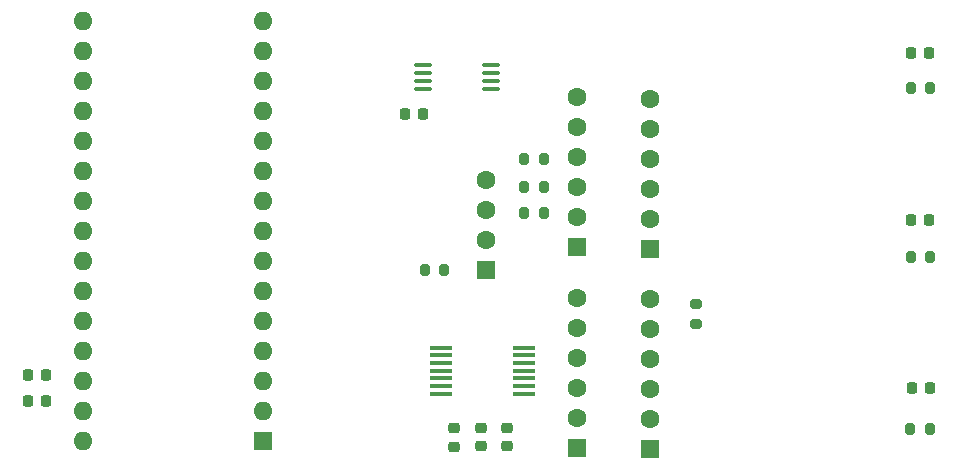
<source format=gbr>
%TF.GenerationSoftware,KiCad,Pcbnew,9.0.7*%
%TF.CreationDate,2026-01-06T11:15:33-08:00*%
%TF.ProjectId,v1.2,76312e32-2e6b-4696-9361-645f70636258,rev?*%
%TF.SameCoordinates,Original*%
%TF.FileFunction,Soldermask,Top*%
%TF.FilePolarity,Negative*%
%FSLAX46Y46*%
G04 Gerber Fmt 4.6, Leading zero omitted, Abs format (unit mm)*
G04 Created by KiCad (PCBNEW 9.0.7) date 2026-01-06 11:15:33*
%MOMM*%
%LPD*%
G01*
G04 APERTURE LIST*
G04 Aperture macros list*
%AMRoundRect*
0 Rectangle with rounded corners*
0 $1 Rounding radius*
0 $2 $3 $4 $5 $6 $7 $8 $9 X,Y pos of 4 corners*
0 Add a 4 corners polygon primitive as box body*
4,1,4,$2,$3,$4,$5,$6,$7,$8,$9,$2,$3,0*
0 Add four circle primitives for the rounded corners*
1,1,$1+$1,$2,$3*
1,1,$1+$1,$4,$5*
1,1,$1+$1,$6,$7*
1,1,$1+$1,$8,$9*
0 Add four rect primitives between the rounded corners*
20,1,$1+$1,$2,$3,$4,$5,0*
20,1,$1+$1,$4,$5,$6,$7,0*
20,1,$1+$1,$6,$7,$8,$9,0*
20,1,$1+$1,$8,$9,$2,$3,0*%
G04 Aperture macros list end*
%ADD10RoundRect,0.100000X0.850000X0.100000X-0.850000X0.100000X-0.850000X-0.100000X0.850000X-0.100000X0*%
%ADD11C,1.600000*%
%ADD12R,1.600000X1.600000*%
%ADD13RoundRect,0.225000X0.250000X-0.225000X0.250000X0.225000X-0.250000X0.225000X-0.250000X-0.225000X0*%
%ADD14RoundRect,0.200000X-0.200000X-0.275000X0.200000X-0.275000X0.200000X0.275000X-0.200000X0.275000X0*%
%ADD15RoundRect,0.200000X-0.275000X0.200000X-0.275000X-0.200000X0.275000X-0.200000X0.275000X0.200000X0*%
%ADD16RoundRect,0.225000X-0.225000X-0.250000X0.225000X-0.250000X0.225000X0.250000X-0.225000X0.250000X0*%
%ADD17RoundRect,0.225000X0.225000X0.250000X-0.225000X0.250000X-0.225000X-0.250000X0.225000X-0.250000X0*%
%ADD18RoundRect,0.100000X0.637500X0.100000X-0.637500X0.100000X-0.637500X-0.100000X0.637500X-0.100000X0*%
%ADD19RoundRect,0.200000X0.200000X0.275000X-0.200000X0.275000X-0.200000X-0.275000X0.200000X-0.275000X0*%
%ADD20O,1.600000X1.600000*%
G04 APERTURE END LIST*
D10*
%TO.C,U1*%
X97900000Y-140700000D03*
X97900000Y-140050000D03*
X97900000Y-139400000D03*
X97900000Y-138750000D03*
X97900000Y-138100000D03*
X97900000Y-137450000D03*
X97900000Y-136800000D03*
X90900000Y-136800000D03*
X90900000Y-137450000D03*
X90900000Y-138100000D03*
X90900000Y-138750000D03*
X90900000Y-139400000D03*
X90900000Y-140050000D03*
X90900000Y-140700000D03*
%TD*%
D11*
%TO.C,J1*%
X94700000Y-122600000D03*
X94700000Y-125140000D03*
X94700000Y-127680000D03*
D12*
X94700000Y-130220000D03*
%TD*%
%TO.C,J4*%
X102400000Y-145300000D03*
D11*
X102400000Y-142760000D03*
X102400000Y-137680000D03*
X102400000Y-140220000D03*
X102400000Y-135140000D03*
X102400000Y-132600000D03*
%TD*%
D12*
%TO.C,J3*%
X108600000Y-145400000D03*
D11*
X108600000Y-142860000D03*
X108600000Y-137780000D03*
X108600000Y-140320000D03*
X108600000Y-135240000D03*
X108600000Y-132700000D03*
%TD*%
D12*
%TO.C,J2*%
X102400000Y-128300000D03*
D11*
X102400000Y-125760000D03*
X102400000Y-123220000D03*
X102400000Y-120680000D03*
X102400000Y-118140000D03*
X102400000Y-115600000D03*
%TD*%
D13*
%TO.C,C5*%
X96500000Y-145150000D03*
X96500000Y-143600000D03*
%TD*%
D14*
%TO.C,R5*%
X130675000Y-114800000D03*
X132325000Y-114800000D03*
%TD*%
D12*
%TO.C,J5*%
X108600000Y-128400000D03*
D11*
X108600000Y-125860000D03*
X108600000Y-123320000D03*
X108600000Y-120780000D03*
X108600000Y-118240000D03*
X108600000Y-115700000D03*
%TD*%
D15*
%TO.C,R2*%
X112500000Y-133100000D03*
X112500000Y-134750000D03*
%TD*%
D13*
%TO.C,C4*%
X94300000Y-145150000D03*
X94300000Y-143600000D03*
%TD*%
D16*
%TO.C,C11*%
X130750000Y-140200000D03*
X132300000Y-140200000D03*
%TD*%
D17*
%TO.C,C12*%
X89400000Y-117000000D03*
X87850000Y-117000000D03*
%TD*%
D18*
%TO.C,U2*%
X95100000Y-114850000D03*
X95100000Y-114200000D03*
X95100000Y-113550000D03*
X95100000Y-112900000D03*
X89375000Y-112900000D03*
X89375000Y-113550000D03*
X89375000Y-114200000D03*
X89375000Y-114850000D03*
%TD*%
D16*
%TO.C,C8*%
X55950000Y-139100000D03*
X57500000Y-139100000D03*
%TD*%
D19*
%TO.C,R7*%
X99600000Y-123200000D03*
X97950000Y-123200000D03*
%TD*%
D16*
%TO.C,C9*%
X130700000Y-111800000D03*
X132250000Y-111800000D03*
%TD*%
D14*
%TO.C,R6*%
X130675000Y-129100000D03*
X132325000Y-129100000D03*
%TD*%
D16*
%TO.C,C10*%
X130700000Y-126000000D03*
X132250000Y-126000000D03*
%TD*%
D19*
%TO.C,R8*%
X99625000Y-120800000D03*
X97975000Y-120800000D03*
%TD*%
D12*
%TO.C,A1*%
X75840000Y-144660000D03*
D20*
X75840000Y-142120000D03*
X75840000Y-139580000D03*
X75840000Y-137040000D03*
X75840000Y-134500000D03*
X75840000Y-131960000D03*
X75840000Y-129420000D03*
X75840000Y-126880000D03*
X75840000Y-124340000D03*
X75840000Y-121800000D03*
X75840000Y-119260000D03*
X75840000Y-116720000D03*
X75840000Y-114180000D03*
X75840000Y-111640000D03*
X75840000Y-109100000D03*
X60600000Y-109100000D03*
X60600000Y-111640000D03*
X60600000Y-114180000D03*
X60600000Y-116720000D03*
X60600000Y-119260000D03*
X60600000Y-121800000D03*
X60600000Y-124340000D03*
X60600000Y-126880000D03*
X60600000Y-129420000D03*
X60600000Y-131960000D03*
X60600000Y-134500000D03*
X60600000Y-137040000D03*
X60600000Y-139580000D03*
X60600000Y-142120000D03*
X60600000Y-144660000D03*
%TD*%
D19*
%TO.C,R4*%
X132300000Y-143700000D03*
X130650000Y-143700000D03*
%TD*%
D14*
%TO.C,R3*%
X97950000Y-125400000D03*
X99600000Y-125400000D03*
%TD*%
D16*
%TO.C,C7*%
X55950000Y-141300000D03*
X57500000Y-141300000D03*
%TD*%
D14*
%TO.C,R1*%
X89550000Y-130200000D03*
X91200000Y-130200000D03*
%TD*%
D13*
%TO.C,C6*%
X92000000Y-145175000D03*
X92000000Y-143625000D03*
%TD*%
M02*

</source>
